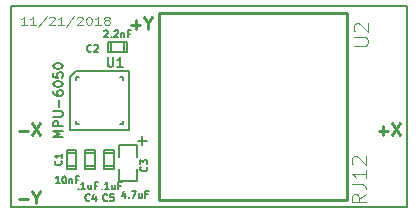
<source format=gto>
G04 #@! TF.FileFunction,Legend,Top*
%FSLAX46Y46*%
G04 Gerber Fmt 4.6, Leading zero omitted, Abs format (unit mm)*
G04 Created by KiCad (PCBNEW 4.0.7) date 11/21/18 11:04:14*
%MOMM*%
%LPD*%
G01*
G04 APERTURE LIST*
%ADD10C,0.150000*%
%ADD11C,0.250000*%
%ADD12C,0.200000*%
%ADD13C,0.125000*%
%ADD14C,0.254000*%
%ADD15C,0.127000*%
%ADD16C,0.149860*%
%ADD17C,0.200660*%
%ADD18C,0.099060*%
G04 APERTURE END LIST*
D10*
D11*
X145690476Y-93571429D02*
X146452381Y-93571429D01*
X146071429Y-93952381D02*
X146071429Y-93190476D01*
X147119047Y-93476190D02*
X147119047Y-93952381D01*
X146785714Y-92952381D02*
X147119047Y-93476190D01*
X147452381Y-92952381D01*
D12*
X169000000Y-92000000D02*
X135500000Y-92000000D01*
X169000000Y-109000000D02*
X169000000Y-92000000D01*
X135500000Y-109000000D02*
X169000000Y-109000000D01*
X135500000Y-92000000D02*
X135500000Y-109000000D01*
D13*
X136823809Y-93616667D02*
X136366666Y-93616667D01*
X136595237Y-93616667D02*
X136595237Y-92916667D01*
X136519047Y-93016667D01*
X136442856Y-93083333D01*
X136366666Y-93116667D01*
X137585714Y-93616667D02*
X137128571Y-93616667D01*
X137357142Y-93616667D02*
X137357142Y-92916667D01*
X137280952Y-93016667D01*
X137204761Y-93083333D01*
X137128571Y-93116667D01*
X138500000Y-92883333D02*
X137814285Y-93783333D01*
X138728571Y-92983333D02*
X138766666Y-92950000D01*
X138842857Y-92916667D01*
X139033333Y-92916667D01*
X139109523Y-92950000D01*
X139147619Y-92983333D01*
X139185714Y-93050000D01*
X139185714Y-93116667D01*
X139147619Y-93216667D01*
X138690476Y-93616667D01*
X139185714Y-93616667D01*
X139947619Y-93616667D02*
X139490476Y-93616667D01*
X139719047Y-93616667D02*
X139719047Y-92916667D01*
X139642857Y-93016667D01*
X139566666Y-93083333D01*
X139490476Y-93116667D01*
X140861905Y-92883333D02*
X140176190Y-93783333D01*
X141090476Y-92983333D02*
X141128571Y-92950000D01*
X141204762Y-92916667D01*
X141395238Y-92916667D01*
X141471428Y-92950000D01*
X141509524Y-92983333D01*
X141547619Y-93050000D01*
X141547619Y-93116667D01*
X141509524Y-93216667D01*
X141052381Y-93616667D01*
X141547619Y-93616667D01*
X142042857Y-92916667D02*
X142119048Y-92916667D01*
X142195238Y-92950000D01*
X142233333Y-92983333D01*
X142271429Y-93050000D01*
X142309524Y-93183333D01*
X142309524Y-93350000D01*
X142271429Y-93483333D01*
X142233333Y-93550000D01*
X142195238Y-93583333D01*
X142119048Y-93616667D01*
X142042857Y-93616667D01*
X141966667Y-93583333D01*
X141928571Y-93550000D01*
X141890476Y-93483333D01*
X141852381Y-93350000D01*
X141852381Y-93183333D01*
X141890476Y-93050000D01*
X141928571Y-92983333D01*
X141966667Y-92950000D01*
X142042857Y-92916667D01*
X143071429Y-93616667D02*
X142614286Y-93616667D01*
X142842857Y-93616667D02*
X142842857Y-92916667D01*
X142766667Y-93016667D01*
X142690476Y-93083333D01*
X142614286Y-93116667D01*
X143528572Y-93216667D02*
X143452381Y-93183333D01*
X143414286Y-93150000D01*
X143376191Y-93083333D01*
X143376191Y-93050000D01*
X143414286Y-92983333D01*
X143452381Y-92950000D01*
X143528572Y-92916667D01*
X143680953Y-92916667D01*
X143757143Y-92950000D01*
X143795239Y-92983333D01*
X143833334Y-93050000D01*
X143833334Y-93083333D01*
X143795239Y-93150000D01*
X143757143Y-93183333D01*
X143680953Y-93216667D01*
X143528572Y-93216667D01*
X143452381Y-93250000D01*
X143414286Y-93283333D01*
X143376191Y-93350000D01*
X143376191Y-93483333D01*
X143414286Y-93550000D01*
X143452381Y-93583333D01*
X143528572Y-93616667D01*
X143680953Y-93616667D01*
X143757143Y-93583333D01*
X143795239Y-93550000D01*
X143833334Y-93483333D01*
X143833334Y-93350000D01*
X143795239Y-93283333D01*
X143757143Y-93250000D01*
X143680953Y-93216667D01*
D11*
X136142857Y-102571429D02*
X136904762Y-102571429D01*
X137285714Y-101952381D02*
X137952381Y-102952381D01*
X137952381Y-101952381D02*
X137285714Y-102952381D01*
X166642857Y-102571429D02*
X167404762Y-102571429D01*
X167023810Y-102952381D02*
X167023810Y-102190476D01*
X167785714Y-101952381D02*
X168452381Y-102952381D01*
X168452381Y-101952381D02*
X167785714Y-102952381D01*
X136190476Y-108321429D02*
X136952381Y-108321429D01*
X137619047Y-108226190D02*
X137619047Y-108702381D01*
X137285714Y-107702381D02*
X137619047Y-108226190D01*
X137952381Y-107702381D01*
D14*
X148060000Y-108400000D02*
X148060000Y-92600000D01*
X148060000Y-92600000D02*
X163940000Y-92600000D01*
X163940000Y-92600000D02*
X163940000Y-108400000D01*
X163940000Y-108400000D02*
X148060000Y-108400000D01*
D15*
X140193600Y-105558800D02*
X141006400Y-105558800D01*
X140981000Y-104441200D02*
X140193600Y-104441200D01*
X141006400Y-104187200D02*
X141006400Y-105812800D01*
X141006400Y-105812800D02*
X140193600Y-105812800D01*
X140193600Y-105812800D02*
X140193600Y-104187200D01*
X140193600Y-104187200D02*
X141006400Y-104187200D01*
X145058800Y-95906400D02*
X145058800Y-95093600D01*
X143941200Y-95119000D02*
X143941200Y-95906400D01*
X143687200Y-95093600D02*
X145312800Y-95093600D01*
X145312800Y-95093600D02*
X145312800Y-95906400D01*
X145312800Y-95906400D02*
X143687200Y-95906400D01*
X143687200Y-95906400D02*
X143687200Y-95093600D01*
X141793600Y-105558800D02*
X142606400Y-105558800D01*
X142581000Y-104441200D02*
X141793600Y-104441200D01*
X142606400Y-104187200D02*
X142606400Y-105812800D01*
X142606400Y-105812800D02*
X141793600Y-105812800D01*
X141793600Y-105812800D02*
X141793600Y-104187200D01*
X141793600Y-104187200D02*
X142606400Y-104187200D01*
X143393600Y-105558800D02*
X144206400Y-105558800D01*
X144181000Y-104441200D02*
X143393600Y-104441200D01*
X144206400Y-104187200D02*
X144206400Y-105812800D01*
X144206400Y-105812800D02*
X143393600Y-105812800D01*
X143393600Y-105812800D02*
X143393600Y-104187200D01*
X143393600Y-104187200D02*
X144206400Y-104187200D01*
D16*
X141008640Y-97510800D02*
X145489200Y-97510800D01*
X140510800Y-98008640D02*
X140510800Y-102489200D01*
X140510800Y-98008640D02*
X141008640Y-97510800D01*
D17*
X141008640Y-98257560D02*
X141008640Y-98008640D01*
X141008640Y-98008640D02*
X141257560Y-98008640D01*
X141257560Y-101991360D02*
X141008640Y-101991360D01*
X141008640Y-101991360D02*
X141008640Y-101742440D01*
X144991360Y-101742440D02*
X144991360Y-101991360D01*
X144991360Y-101991360D02*
X144742440Y-101991360D01*
X144742440Y-98008640D02*
X144991360Y-98008640D01*
X144991360Y-98008640D02*
X144991360Y-98257560D01*
D16*
X145489200Y-102489200D02*
X140510800Y-102489200D01*
X145489200Y-97510800D02*
X145489200Y-102489200D01*
D15*
X144638000Y-104792000D02*
X144638000Y-103776000D01*
X144638000Y-103776000D02*
X146162000Y-103776000D01*
X146162000Y-103776000D02*
X146162000Y-104792000D01*
X146162000Y-105808000D02*
X146162000Y-106824000D01*
X146162000Y-106824000D02*
X144638000Y-106824000D01*
X144638000Y-106824000D02*
X144638000Y-105808000D01*
D18*
X164512857Y-95354286D02*
X165484286Y-95354286D01*
X165598571Y-95297143D01*
X165655714Y-95240000D01*
X165712857Y-95125714D01*
X165712857Y-94897143D01*
X165655714Y-94782857D01*
X165598571Y-94725714D01*
X165484286Y-94668571D01*
X164512857Y-94668571D01*
X164627143Y-94154286D02*
X164570000Y-94097143D01*
X164512857Y-93982857D01*
X164512857Y-93697143D01*
X164570000Y-93582857D01*
X164627143Y-93525714D01*
X164741429Y-93468571D01*
X164855714Y-93468571D01*
X165027143Y-93525714D01*
X165712857Y-94211428D01*
X165712857Y-93468571D01*
X165532857Y-107938571D02*
X164961429Y-108338571D01*
X165532857Y-108624286D02*
X164332857Y-108624286D01*
X164332857Y-108167143D01*
X164390000Y-108052857D01*
X164447143Y-107995714D01*
X164561429Y-107938571D01*
X164732857Y-107938571D01*
X164847143Y-107995714D01*
X164904286Y-108052857D01*
X164961429Y-108167143D01*
X164961429Y-108624286D01*
X164332857Y-107081429D02*
X165190000Y-107081429D01*
X165361429Y-107138571D01*
X165475714Y-107252857D01*
X165532857Y-107424286D01*
X165532857Y-107538571D01*
X165532857Y-105881428D02*
X165532857Y-106567143D01*
X165532857Y-106224285D02*
X164332857Y-106224285D01*
X164504286Y-106338571D01*
X164618571Y-106452857D01*
X164675714Y-106567143D01*
X164447143Y-105424286D02*
X164390000Y-105367143D01*
X164332857Y-105252857D01*
X164332857Y-104967143D01*
X164390000Y-104852857D01*
X164447143Y-104795714D01*
X164561429Y-104738571D01*
X164675714Y-104738571D01*
X164847143Y-104795714D01*
X165532857Y-105481428D01*
X165532857Y-104738571D01*
D10*
X139714286Y-105100000D02*
X139742857Y-105128571D01*
X139771429Y-105214285D01*
X139771429Y-105271428D01*
X139742857Y-105357143D01*
X139685714Y-105414285D01*
X139628571Y-105442857D01*
X139514286Y-105471428D01*
X139428571Y-105471428D01*
X139314286Y-105442857D01*
X139257143Y-105414285D01*
X139200000Y-105357143D01*
X139171429Y-105271428D01*
X139171429Y-105214285D01*
X139200000Y-105128571D01*
X139228571Y-105100000D01*
X139771429Y-104528571D02*
X139771429Y-104871428D01*
X139771429Y-104700000D02*
X139171429Y-104700000D01*
X139257143Y-104757143D01*
X139314286Y-104814285D01*
X139342857Y-104871428D01*
X139607143Y-107021429D02*
X139264286Y-107021429D01*
X139435714Y-107021429D02*
X139435714Y-106421429D01*
X139378571Y-106507143D01*
X139321429Y-106564286D01*
X139264286Y-106592857D01*
X139978572Y-106421429D02*
X140035715Y-106421429D01*
X140092858Y-106450000D01*
X140121429Y-106478571D01*
X140150000Y-106535714D01*
X140178572Y-106650000D01*
X140178572Y-106792857D01*
X140150000Y-106907143D01*
X140121429Y-106964286D01*
X140092858Y-106992857D01*
X140035715Y-107021429D01*
X139978572Y-107021429D01*
X139921429Y-106992857D01*
X139892858Y-106964286D01*
X139864286Y-106907143D01*
X139835715Y-106792857D01*
X139835715Y-106650000D01*
X139864286Y-106535714D01*
X139892858Y-106478571D01*
X139921429Y-106450000D01*
X139978572Y-106421429D01*
X140435715Y-106621429D02*
X140435715Y-107021429D01*
X140435715Y-106678571D02*
X140464287Y-106650000D01*
X140521429Y-106621429D01*
X140607144Y-106621429D01*
X140664287Y-106650000D01*
X140692858Y-106707143D01*
X140692858Y-107021429D01*
X141178572Y-106707143D02*
X140978572Y-106707143D01*
X140978572Y-107021429D02*
X140978572Y-106421429D01*
X141264286Y-106421429D01*
X142300000Y-95814286D02*
X142271429Y-95842857D01*
X142185715Y-95871429D01*
X142128572Y-95871429D01*
X142042857Y-95842857D01*
X141985715Y-95785714D01*
X141957143Y-95728571D01*
X141928572Y-95614286D01*
X141928572Y-95528571D01*
X141957143Y-95414286D01*
X141985715Y-95357143D01*
X142042857Y-95300000D01*
X142128572Y-95271429D01*
X142185715Y-95271429D01*
X142271429Y-95300000D01*
X142300000Y-95328571D01*
X142528572Y-95328571D02*
X142557143Y-95300000D01*
X142614286Y-95271429D01*
X142757143Y-95271429D01*
X142814286Y-95300000D01*
X142842857Y-95328571D01*
X142871429Y-95385714D01*
X142871429Y-95442857D01*
X142842857Y-95528571D01*
X142500000Y-95871429D01*
X142871429Y-95871429D01*
X143371429Y-94128571D02*
X143400000Y-94100000D01*
X143457143Y-94071429D01*
X143600000Y-94071429D01*
X143657143Y-94100000D01*
X143685714Y-94128571D01*
X143714286Y-94185714D01*
X143714286Y-94242857D01*
X143685714Y-94328571D01*
X143342857Y-94671429D01*
X143714286Y-94671429D01*
X143971429Y-94614286D02*
X144000001Y-94642857D01*
X143971429Y-94671429D01*
X143942858Y-94642857D01*
X143971429Y-94614286D01*
X143971429Y-94671429D01*
X144228572Y-94128571D02*
X144257143Y-94100000D01*
X144314286Y-94071429D01*
X144457143Y-94071429D01*
X144514286Y-94100000D01*
X144542857Y-94128571D01*
X144571429Y-94185714D01*
X144571429Y-94242857D01*
X144542857Y-94328571D01*
X144200000Y-94671429D01*
X144571429Y-94671429D01*
X144828572Y-94271429D02*
X144828572Y-94671429D01*
X144828572Y-94328571D02*
X144857144Y-94300000D01*
X144914286Y-94271429D01*
X145000001Y-94271429D01*
X145057144Y-94300000D01*
X145085715Y-94357143D01*
X145085715Y-94671429D01*
X145571429Y-94357143D02*
X145371429Y-94357143D01*
X145371429Y-94671429D02*
X145371429Y-94071429D01*
X145657143Y-94071429D01*
X142150000Y-108464286D02*
X142121429Y-108492857D01*
X142035715Y-108521429D01*
X141978572Y-108521429D01*
X141892857Y-108492857D01*
X141835715Y-108435714D01*
X141807143Y-108378571D01*
X141778572Y-108264286D01*
X141778572Y-108178571D01*
X141807143Y-108064286D01*
X141835715Y-108007143D01*
X141892857Y-107950000D01*
X141978572Y-107921429D01*
X142035715Y-107921429D01*
X142121429Y-107950000D01*
X142150000Y-107978571D01*
X142664286Y-108121429D02*
X142664286Y-108521429D01*
X142521429Y-107892857D02*
X142378572Y-108321429D01*
X142750000Y-108321429D01*
X141185714Y-107464286D02*
X141214286Y-107492857D01*
X141185714Y-107521429D01*
X141157143Y-107492857D01*
X141185714Y-107464286D01*
X141185714Y-107521429D01*
X141785714Y-107521429D02*
X141442857Y-107521429D01*
X141614285Y-107521429D02*
X141614285Y-106921429D01*
X141557142Y-107007143D01*
X141500000Y-107064286D01*
X141442857Y-107092857D01*
X142300000Y-107121429D02*
X142300000Y-107521429D01*
X142042857Y-107121429D02*
X142042857Y-107435714D01*
X142071429Y-107492857D01*
X142128571Y-107521429D01*
X142214286Y-107521429D01*
X142271429Y-107492857D01*
X142300000Y-107464286D01*
X142785714Y-107207143D02*
X142585714Y-107207143D01*
X142585714Y-107521429D02*
X142585714Y-106921429D01*
X142871428Y-106921429D01*
X143650000Y-108464286D02*
X143621429Y-108492857D01*
X143535715Y-108521429D01*
X143478572Y-108521429D01*
X143392857Y-108492857D01*
X143335715Y-108435714D01*
X143307143Y-108378571D01*
X143278572Y-108264286D01*
X143278572Y-108178571D01*
X143307143Y-108064286D01*
X143335715Y-108007143D01*
X143392857Y-107950000D01*
X143478572Y-107921429D01*
X143535715Y-107921429D01*
X143621429Y-107950000D01*
X143650000Y-107978571D01*
X144192857Y-107921429D02*
X143907143Y-107921429D01*
X143878572Y-108207143D01*
X143907143Y-108178571D01*
X143964286Y-108150000D01*
X144107143Y-108150000D01*
X144164286Y-108178571D01*
X144192857Y-108207143D01*
X144221429Y-108264286D01*
X144221429Y-108407143D01*
X144192857Y-108464286D01*
X144164286Y-108492857D01*
X144107143Y-108521429D01*
X143964286Y-108521429D01*
X143907143Y-108492857D01*
X143878572Y-108464286D01*
X143185714Y-107464286D02*
X143214286Y-107492857D01*
X143185714Y-107521429D01*
X143157143Y-107492857D01*
X143185714Y-107464286D01*
X143185714Y-107521429D01*
X143785714Y-107521429D02*
X143442857Y-107521429D01*
X143614285Y-107521429D02*
X143614285Y-106921429D01*
X143557142Y-107007143D01*
X143500000Y-107064286D01*
X143442857Y-107092857D01*
X144300000Y-107121429D02*
X144300000Y-107521429D01*
X144042857Y-107121429D02*
X144042857Y-107435714D01*
X144071429Y-107492857D01*
X144128571Y-107521429D01*
X144214286Y-107521429D01*
X144271429Y-107492857D01*
X144300000Y-107464286D01*
X144785714Y-107207143D02*
X144585714Y-107207143D01*
X144585714Y-107521429D02*
X144585714Y-106921429D01*
X144871428Y-106921429D01*
D12*
X143690476Y-96361905D02*
X143690476Y-97009524D01*
X143728571Y-97085714D01*
X143766667Y-97123810D01*
X143842857Y-97161905D01*
X143995238Y-97161905D01*
X144071429Y-97123810D01*
X144109524Y-97085714D01*
X144147619Y-97009524D01*
X144147619Y-96361905D01*
X144947619Y-97161905D02*
X144490476Y-97161905D01*
X144719047Y-97161905D02*
X144719047Y-96361905D01*
X144642857Y-96476190D01*
X144566666Y-96552381D01*
X144490476Y-96590476D01*
X139861905Y-103104762D02*
X139061905Y-103104762D01*
X139633333Y-102838095D01*
X139061905Y-102571428D01*
X139861905Y-102571428D01*
X139861905Y-102190476D02*
X139061905Y-102190476D01*
X139061905Y-101885714D01*
X139100000Y-101809523D01*
X139138095Y-101771428D01*
X139214286Y-101733333D01*
X139328571Y-101733333D01*
X139404762Y-101771428D01*
X139442857Y-101809523D01*
X139480952Y-101885714D01*
X139480952Y-102190476D01*
X139061905Y-101390476D02*
X139709524Y-101390476D01*
X139785714Y-101352381D01*
X139823810Y-101314285D01*
X139861905Y-101238095D01*
X139861905Y-101085714D01*
X139823810Y-101009523D01*
X139785714Y-100971428D01*
X139709524Y-100933333D01*
X139061905Y-100933333D01*
X139557143Y-100552381D02*
X139557143Y-99942857D01*
X139061905Y-99219048D02*
X139061905Y-99371429D01*
X139100000Y-99447619D01*
X139138095Y-99485714D01*
X139252381Y-99561905D01*
X139404762Y-99600000D01*
X139709524Y-99600000D01*
X139785714Y-99561905D01*
X139823810Y-99523810D01*
X139861905Y-99447619D01*
X139861905Y-99295238D01*
X139823810Y-99219048D01*
X139785714Y-99180952D01*
X139709524Y-99142857D01*
X139519048Y-99142857D01*
X139442857Y-99180952D01*
X139404762Y-99219048D01*
X139366667Y-99295238D01*
X139366667Y-99447619D01*
X139404762Y-99523810D01*
X139442857Y-99561905D01*
X139519048Y-99600000D01*
X139061905Y-98647619D02*
X139061905Y-98571428D01*
X139100000Y-98495238D01*
X139138095Y-98457143D01*
X139214286Y-98419047D01*
X139366667Y-98380952D01*
X139557143Y-98380952D01*
X139709524Y-98419047D01*
X139785714Y-98457143D01*
X139823810Y-98495238D01*
X139861905Y-98571428D01*
X139861905Y-98647619D01*
X139823810Y-98723809D01*
X139785714Y-98761905D01*
X139709524Y-98800000D01*
X139557143Y-98838095D01*
X139366667Y-98838095D01*
X139214286Y-98800000D01*
X139138095Y-98761905D01*
X139100000Y-98723809D01*
X139061905Y-98647619D01*
X139061905Y-97657142D02*
X139061905Y-98038095D01*
X139442857Y-98076190D01*
X139404762Y-98038095D01*
X139366667Y-97961904D01*
X139366667Y-97771428D01*
X139404762Y-97695238D01*
X139442857Y-97657142D01*
X139519048Y-97619047D01*
X139709524Y-97619047D01*
X139785714Y-97657142D01*
X139823810Y-97695238D01*
X139861905Y-97771428D01*
X139861905Y-97961904D01*
X139823810Y-98038095D01*
X139785714Y-98076190D01*
X139061905Y-97123809D02*
X139061905Y-97047618D01*
X139100000Y-96971428D01*
X139138095Y-96933333D01*
X139214286Y-96895237D01*
X139366667Y-96857142D01*
X139557143Y-96857142D01*
X139709524Y-96895237D01*
X139785714Y-96933333D01*
X139823810Y-96971428D01*
X139861905Y-97047618D01*
X139861905Y-97123809D01*
X139823810Y-97199999D01*
X139785714Y-97238095D01*
X139709524Y-97276190D01*
X139557143Y-97314285D01*
X139366667Y-97314285D01*
X139214286Y-97276190D01*
X139138095Y-97238095D01*
X139100000Y-97199999D01*
X139061905Y-97123809D01*
D10*
X146964286Y-105600000D02*
X146992857Y-105628571D01*
X147021429Y-105714285D01*
X147021429Y-105771428D01*
X146992857Y-105857143D01*
X146935714Y-105914285D01*
X146878571Y-105942857D01*
X146764286Y-105971428D01*
X146678571Y-105971428D01*
X146564286Y-105942857D01*
X146507143Y-105914285D01*
X146450000Y-105857143D01*
X146421429Y-105771428D01*
X146421429Y-105714285D01*
X146450000Y-105628571D01*
X146478571Y-105600000D01*
X146421429Y-105400000D02*
X146421429Y-105028571D01*
X146650000Y-105228571D01*
X146650000Y-105142857D01*
X146678571Y-105085714D01*
X146707143Y-105057143D01*
X146764286Y-105028571D01*
X146907143Y-105028571D01*
X146964286Y-105057143D01*
X146992857Y-105085714D01*
X147021429Y-105142857D01*
X147021429Y-105314285D01*
X146992857Y-105371428D01*
X146964286Y-105400000D01*
X145157143Y-107871429D02*
X145157143Y-108271429D01*
X145014286Y-107642857D02*
X144871429Y-108071429D01*
X145242857Y-108071429D01*
X145471429Y-108214286D02*
X145500001Y-108242857D01*
X145471429Y-108271429D01*
X145442858Y-108242857D01*
X145471429Y-108214286D01*
X145471429Y-108271429D01*
X145700000Y-107671429D02*
X146100000Y-107671429D01*
X145842857Y-108271429D01*
X146585715Y-107871429D02*
X146585715Y-108271429D01*
X146328572Y-107871429D02*
X146328572Y-108185714D01*
X146357144Y-108242857D01*
X146414286Y-108271429D01*
X146500001Y-108271429D01*
X146557144Y-108242857D01*
X146585715Y-108214286D01*
X147071429Y-107957143D02*
X146871429Y-107957143D01*
X146871429Y-108271429D02*
X146871429Y-107671429D01*
X147157143Y-107671429D01*
X146621429Y-103780952D02*
X146621429Y-103019047D01*
X147002381Y-103399999D02*
X146240476Y-103399999D01*
M02*

</source>
